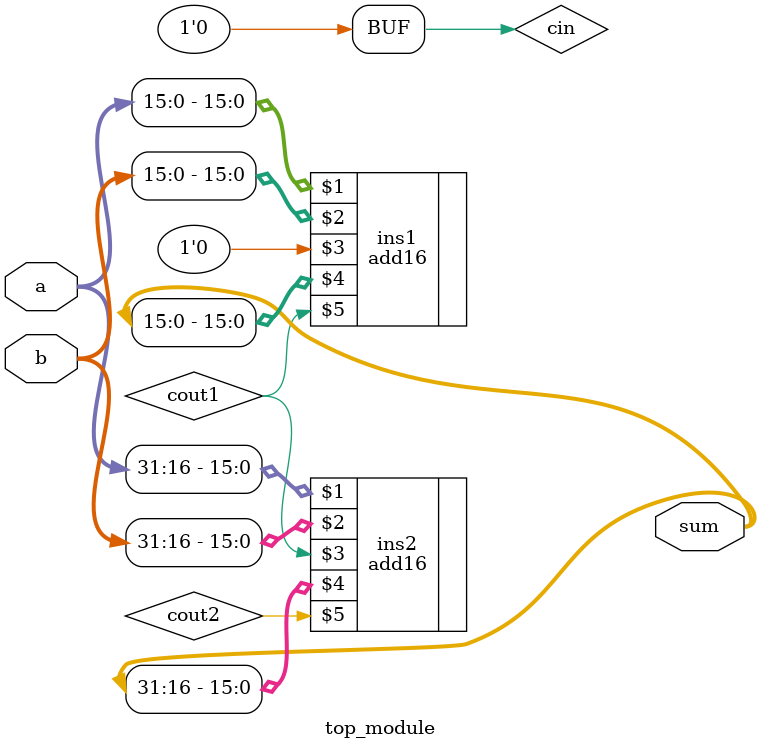
<source format=v>
module top_module(
    input [31:0] a,
    input [31:0] b,
    output [31:0] sum
);
	wire cin, cout1, cout2;
    assign cin = 0;
    add16 ins1 (a[15:0], b[15:0], cin, sum[15:0], cout1);
    add16 ins2 (a[31:16], b[31:16], cout1, sum[31:16], cout2);
endmodule


</source>
